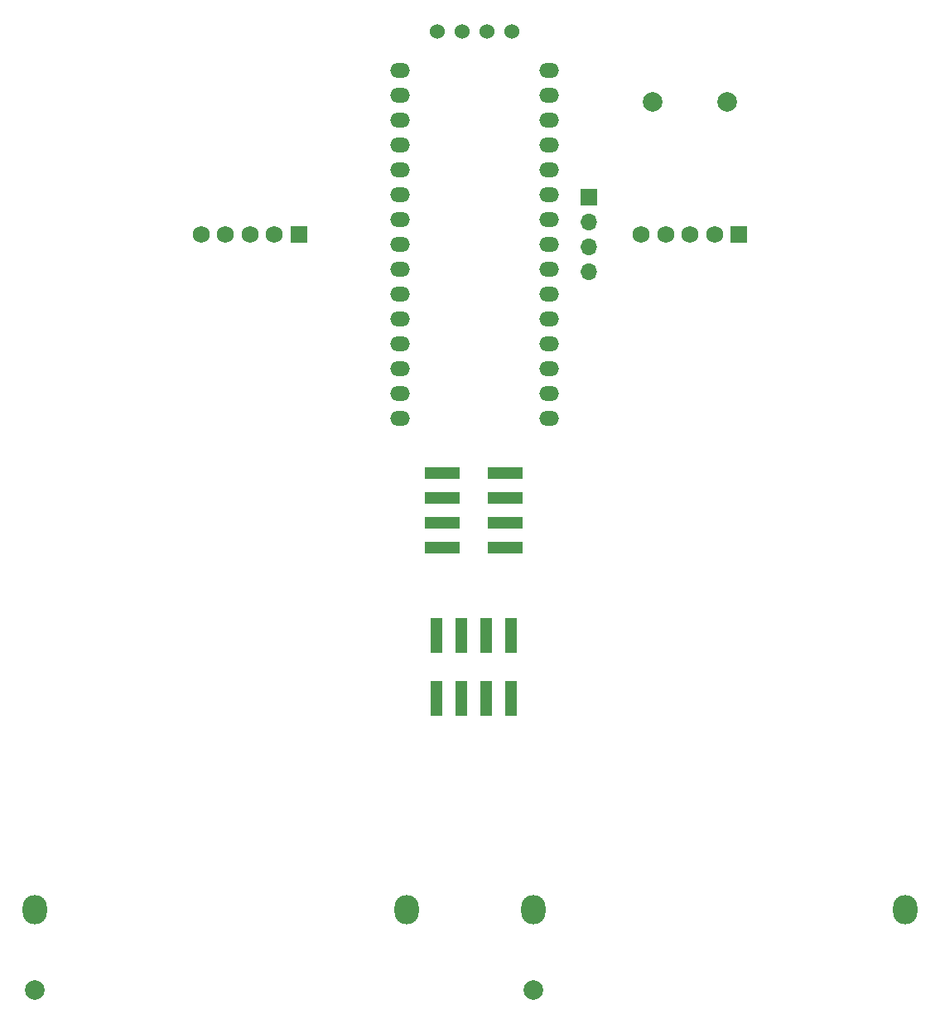
<source format=gbr>
G04 #@! TF.FileFunction,Soldermask,Bot*
%FSLAX46Y46*%
G04 Gerber Fmt 4.6, Leading zero omitted, Abs format (unit mm)*
G04 Created by KiCad (PCBNEW 4.0.5-e0-6337~49~ubuntu16.04.1) date Sun Jan 22 15:59:59 2017*
%MOMM*%
%LPD*%
G01*
G04 APERTURE LIST*
%ADD10C,0.100000*%
%ADD11R,1.270000X3.600000*%
%ADD12R,3.600000X1.270000*%
%ADD13O,2.500000X3.000000*%
%ADD14C,2.000000*%
%ADD15R,1.750000X1.750000*%
%ADD16C,1.750000*%
%ADD17O,2.000000X1.500000*%
%ADD18C,1.524000*%
%ADD19R,1.700000X1.700000*%
%ADD20O,1.700000X1.700000*%
G04 APERTURE END LIST*
D10*
D11*
X105210000Y-94400000D03*
X102670000Y-94400000D03*
X100130000Y-94400000D03*
X97590000Y-94400000D03*
X97590000Y-88000000D03*
X100130000Y-88000000D03*
X102670000Y-88000000D03*
X105210000Y-88000000D03*
D12*
X98200000Y-79010000D03*
X98200000Y-76470000D03*
X98200000Y-73930000D03*
X98200000Y-71390000D03*
X104600000Y-71390000D03*
X104600000Y-73930000D03*
X104600000Y-76470000D03*
X104600000Y-79010000D03*
D13*
X56500000Y-116000000D03*
X94500000Y-116000000D03*
D14*
X56500000Y-124200000D03*
X127299840Y-33500000D03*
X119700160Y-33500000D03*
D15*
X83500000Y-47000000D03*
D16*
X81000000Y-47000000D03*
X78500000Y-47000000D03*
X76000000Y-47000000D03*
X73500000Y-47000000D03*
D15*
X128500000Y-47000000D03*
D16*
X126000000Y-47000000D03*
X123500000Y-47000000D03*
X121000000Y-47000000D03*
X118500000Y-47000000D03*
D17*
X109120000Y-30220000D03*
X109120000Y-32760000D03*
X109120000Y-35300000D03*
X109120000Y-37840000D03*
X109120000Y-40380000D03*
X109120000Y-42920000D03*
X109120000Y-45460000D03*
X109120000Y-48000000D03*
X109120000Y-50540000D03*
X109120000Y-53080000D03*
X109120000Y-55620000D03*
X109120000Y-58160000D03*
X109120000Y-60700000D03*
X109120000Y-63240000D03*
X109120000Y-65780000D03*
X93880000Y-65780000D03*
X93880000Y-63240000D03*
X93880000Y-60700000D03*
X93880000Y-58160000D03*
X93880000Y-55620000D03*
X93880000Y-53080000D03*
X93880000Y-50540000D03*
X93880000Y-48000000D03*
X93880000Y-45460000D03*
X93880000Y-42920000D03*
X93880000Y-40380000D03*
X93880000Y-37840000D03*
X93880000Y-35300000D03*
X93880000Y-32760000D03*
X93880000Y-30220000D03*
D18*
X97690000Y-26300000D03*
X100230000Y-26300000D03*
X102770000Y-26300000D03*
X105310000Y-26300000D03*
D13*
X107500000Y-116000000D03*
X145500000Y-116000000D03*
D14*
X107500000Y-124200000D03*
D19*
X113200000Y-43200000D03*
D20*
X113200000Y-45740000D03*
X113200000Y-48280000D03*
X113200000Y-50820000D03*
M02*

</source>
